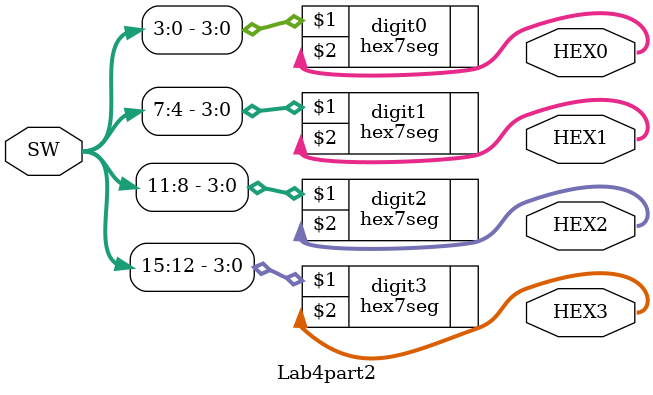
<source format=v>
/* ***************************************************************\
| Name of program : Lab4part2
| Author : Charles Heckel
| Date Created : 5/31/2018
| Date last updated : 5/31/2018
| Function : routes input signals to decoder
| Method : uses a custom function described elsewhere in project
| Inputs : 	SW		- vector of hardware switches used for input
| Output : 	HEX0	- single SSD used as output device
|				HEX1	- see above
|				HEX2	- see above
|				HEX3	- see above
| Additional Comments : (Extras)
\*****************************************************************/

module Lab4part2(SW, HEX0, HEX1, HEX2, HEX3);
  input [15:0] SW; // switches for each of the SSDs
  output wire [0:6] HEX0; // wire for each of the seven segments on one display, HEX0
  output wire [0:6] HEX1;
  output wire [0:6] HEX2;
  output wire [0:6] HEX3;
  
  
  // Implementation
  // hex7seg is declared elsewhere
  hex7seg digit0(SW[3:0], HEX0);
  
  // additional three digits used in part 3
  hex7seg digit1(SW[7:4], HEX1);
  hex7seg digit2(SW[11:8], HEX2);
  hex7seg digit3(SW[15:12], HEX3);
  

endmodule

</source>
